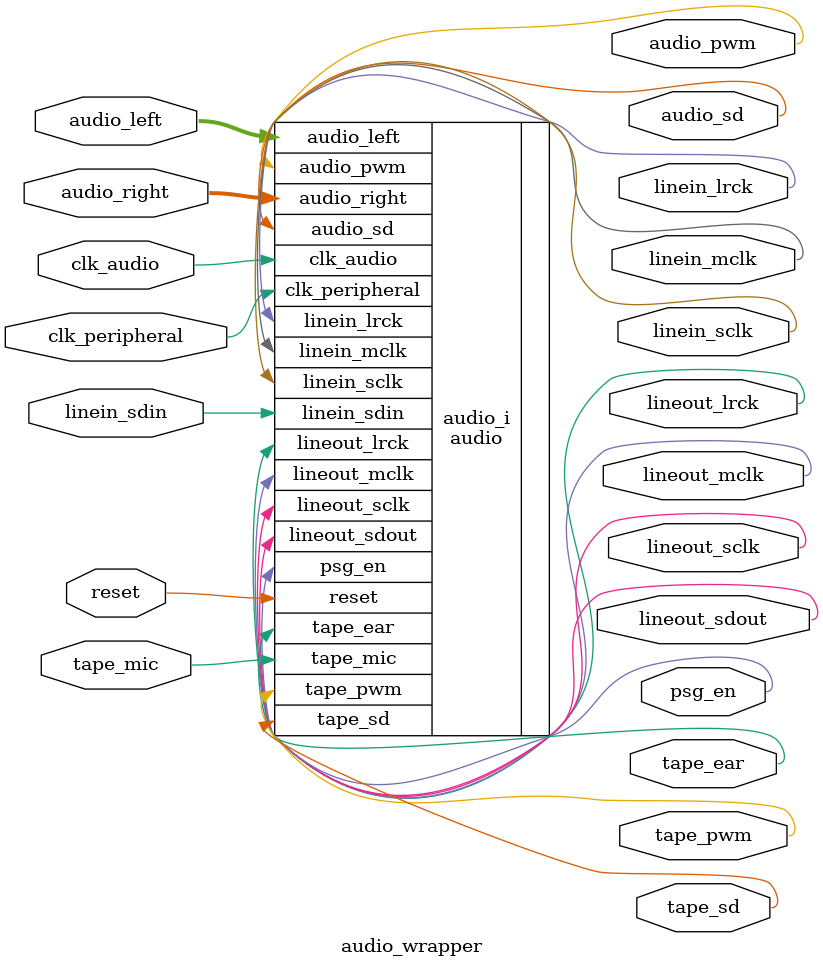
<source format=v>
`timescale 1 ps / 1 ps

module audio_wrapper
   (audio_left,
    audio_pwm,
    audio_right,
    audio_sd,
    clk_audio,
    clk_peripheral,
    linein_lrck,
    linein_mclk,
    linein_sclk,
    linein_sdin,
    lineout_lrck,
    lineout_mclk,
    lineout_sclk,
    lineout_sdout,
    psg_en,
    reset,
    tape_ear,
    tape_mic,
    tape_pwm,
    tape_sd);
  input [12:0]audio_left;
  output audio_pwm;
  input [12:0]audio_right;
  output audio_sd;
  input clk_audio;
  input clk_peripheral;
  output linein_lrck;
  output linein_mclk;
  output linein_sclk;
  input linein_sdin;
  output lineout_lrck;
  output lineout_mclk;
  output lineout_sclk;
  output lineout_sdout;
  output psg_en;
  input reset;
  output tape_ear;
  input tape_mic;
  output tape_pwm;
  output tape_sd;

  wire [12:0]audio_left;
  wire audio_pwm;
  wire [12:0]audio_right;
  wire audio_sd;
  wire clk_audio;
  wire clk_peripheral;
  wire linein_lrck;
  wire linein_mclk;
  wire linein_sclk;
  wire linein_sdin;
  wire lineout_lrck;
  wire lineout_mclk;
  wire lineout_sclk;
  wire lineout_sdout;
  wire psg_en;
  wire reset;
  wire tape_ear;
  wire tape_mic;
  wire tape_pwm;
  wire tape_sd;

  audio audio_i
       (.audio_left(audio_left),
        .audio_pwm(audio_pwm),
        .audio_right(audio_right),
        .audio_sd(audio_sd),
        .clk_audio(clk_audio),
        .clk_peripheral(clk_peripheral),
        .linein_lrck(linein_lrck),
        .linein_mclk(linein_mclk),
        .linein_sclk(linein_sclk),
        .linein_sdin(linein_sdin),
        .lineout_lrck(lineout_lrck),
        .lineout_mclk(lineout_mclk),
        .lineout_sclk(lineout_sclk),
        .lineout_sdout(lineout_sdout),
        .psg_en(psg_en),
        .reset(reset),
        .tape_ear(tape_ear),
        .tape_mic(tape_mic),
        .tape_pwm(tape_pwm),
        .tape_sd(tape_sd));
endmodule

</source>
